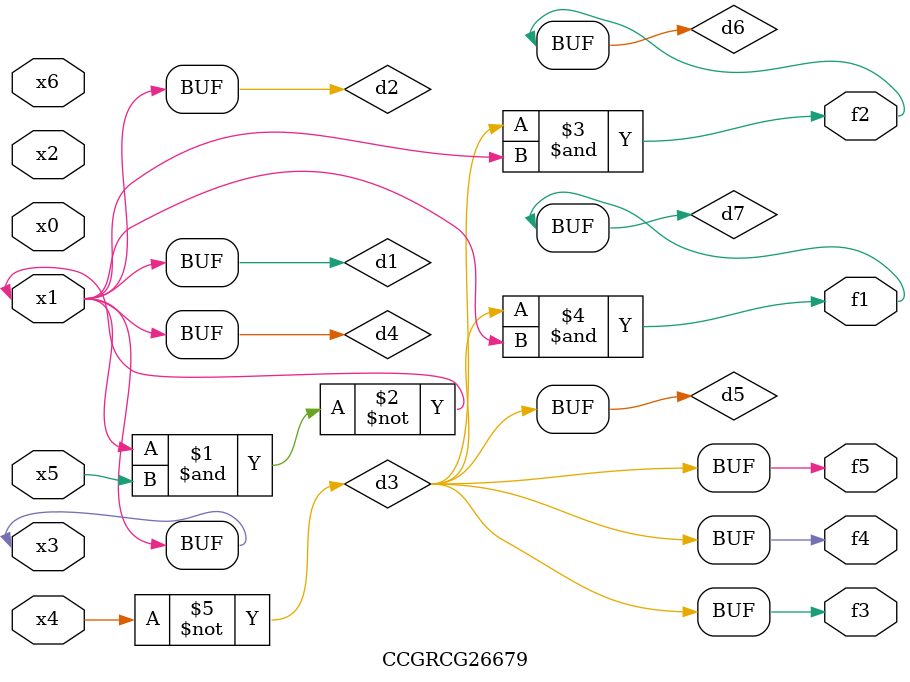
<source format=v>
module CCGRCG26679(
	input x0, x1, x2, x3, x4, x5, x6,
	output f1, f2, f3, f4, f5
);

	wire d1, d2, d3, d4, d5, d6, d7;

	buf (d1, x1, x3);
	nand (d2, x1, x5);
	not (d3, x4);
	buf (d4, d1, d2);
	buf (d5, d3);
	and (d6, d3, d4);
	and (d7, d3, d4);
	assign f1 = d7;
	assign f2 = d6;
	assign f3 = d5;
	assign f4 = d5;
	assign f5 = d5;
endmodule

</source>
